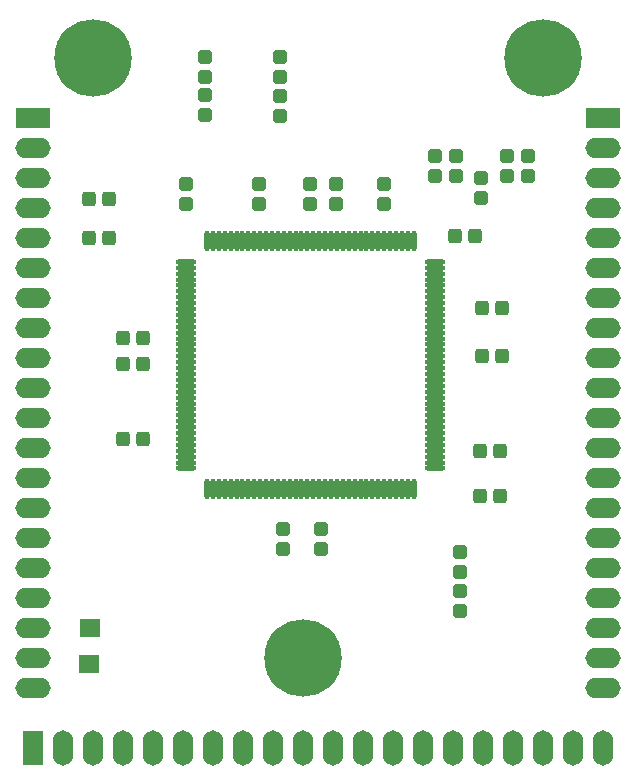
<source format=gts>
G04 Layer_Color=8388736*
%FSLAX25Y25*%
%MOIN*%
G70*
G01*
G75*
%ADD39R,0.07087X0.06299*%
%ADD40O,0.01784X0.06902*%
%ADD41O,0.06902X0.01784*%
G04:AMPARAMS|DCode=42|XSize=47.37mil|YSize=43.43mil|CornerRadius=8.43mil|HoleSize=0mil|Usage=FLASHONLY|Rotation=180.000|XOffset=0mil|YOffset=0mil|HoleType=Round|Shape=RoundedRectangle|*
%AMROUNDEDRECTD42*
21,1,0.04737,0.02658,0,0,180.0*
21,1,0.03051,0.04343,0,0,180.0*
1,1,0.01686,-0.01526,0.01329*
1,1,0.01686,0.01526,0.01329*
1,1,0.01686,0.01526,-0.01329*
1,1,0.01686,-0.01526,-0.01329*
%
%ADD42ROUNDEDRECTD42*%
G04:AMPARAMS|DCode=43|XSize=47.37mil|YSize=43.43mil|CornerRadius=8.43mil|HoleSize=0mil|Usage=FLASHONLY|Rotation=90.000|XOffset=0mil|YOffset=0mil|HoleType=Round|Shape=RoundedRectangle|*
%AMROUNDEDRECTD43*
21,1,0.04737,0.02658,0,0,90.0*
21,1,0.03051,0.04343,0,0,90.0*
1,1,0.01686,0.01329,0.01526*
1,1,0.01686,0.01329,-0.01526*
1,1,0.01686,-0.01329,-0.01526*
1,1,0.01686,-0.01329,0.01526*
%
%ADD43ROUNDEDRECTD43*%
%ADD44R,0.03300X0.05800*%
%ADD45C,0.25800*%
%ADD46O,0.11800X0.06800*%
%ADD47R,0.11800X0.06800*%
%ADD48O,0.06800X0.11800*%
%ADD49R,0.06800X0.11800*%
D39*
X127378Y136000D02*
D03*
X127500Y148000D02*
D03*
D40*
X235449Y194063D02*
D03*
X233480D02*
D03*
X231512D02*
D03*
X229543D02*
D03*
X227575D02*
D03*
X225606D02*
D03*
X223638D02*
D03*
X221669D02*
D03*
X219701D02*
D03*
X217732D02*
D03*
X215764D02*
D03*
X213795D02*
D03*
X211827D02*
D03*
X209858D02*
D03*
X207890D02*
D03*
X205921D02*
D03*
X203953D02*
D03*
X201984D02*
D03*
X200016D02*
D03*
X198047D02*
D03*
X196079D02*
D03*
X194110D02*
D03*
X192142D02*
D03*
X190173D02*
D03*
X188205D02*
D03*
X186236D02*
D03*
X184268D02*
D03*
X182299D02*
D03*
X180331D02*
D03*
X178362D02*
D03*
X176394D02*
D03*
X174425D02*
D03*
X172457D02*
D03*
X170488D02*
D03*
X168520D02*
D03*
X166551D02*
D03*
Y276937D02*
D03*
X168520D02*
D03*
X170488D02*
D03*
X172457D02*
D03*
X174425D02*
D03*
X176394D02*
D03*
X178362D02*
D03*
X180331D02*
D03*
X182299D02*
D03*
X184268D02*
D03*
X186236D02*
D03*
X188205D02*
D03*
X190173D02*
D03*
X192142D02*
D03*
X194110D02*
D03*
X196079D02*
D03*
X198047D02*
D03*
X200016D02*
D03*
X201984D02*
D03*
X203953D02*
D03*
X205921D02*
D03*
X207890D02*
D03*
X209858D02*
D03*
X211827D02*
D03*
X213795D02*
D03*
X215764D02*
D03*
X217732D02*
D03*
X219701D02*
D03*
X221669D02*
D03*
X223638D02*
D03*
X225606D02*
D03*
X227575D02*
D03*
X229543D02*
D03*
X231512D02*
D03*
X233480D02*
D03*
X235449D02*
D03*
D41*
X159563Y201051D02*
D03*
Y203020D02*
D03*
Y204988D02*
D03*
Y206957D02*
D03*
Y208925D02*
D03*
Y210894D02*
D03*
Y212862D02*
D03*
Y214831D02*
D03*
Y216799D02*
D03*
Y218768D02*
D03*
Y220736D02*
D03*
Y222705D02*
D03*
Y224673D02*
D03*
Y226642D02*
D03*
Y228610D02*
D03*
Y230579D02*
D03*
Y232547D02*
D03*
Y234516D02*
D03*
Y236484D02*
D03*
Y238453D02*
D03*
Y240421D02*
D03*
Y242390D02*
D03*
Y244358D02*
D03*
Y246327D02*
D03*
Y248295D02*
D03*
Y250264D02*
D03*
Y252232D02*
D03*
Y254201D02*
D03*
Y256169D02*
D03*
Y258138D02*
D03*
Y260106D02*
D03*
Y262075D02*
D03*
Y264043D02*
D03*
Y266012D02*
D03*
Y267980D02*
D03*
Y269949D02*
D03*
X242437D02*
D03*
Y267980D02*
D03*
Y266012D02*
D03*
Y264043D02*
D03*
Y262075D02*
D03*
Y260106D02*
D03*
Y258138D02*
D03*
Y256169D02*
D03*
Y254201D02*
D03*
Y252232D02*
D03*
Y250264D02*
D03*
Y248295D02*
D03*
Y246327D02*
D03*
Y244358D02*
D03*
Y242390D02*
D03*
Y240421D02*
D03*
Y238453D02*
D03*
Y236484D02*
D03*
Y234516D02*
D03*
Y232547D02*
D03*
Y230579D02*
D03*
Y228610D02*
D03*
Y226642D02*
D03*
Y224673D02*
D03*
Y222705D02*
D03*
Y220736D02*
D03*
Y218768D02*
D03*
Y216799D02*
D03*
Y214831D02*
D03*
Y212862D02*
D03*
Y210894D02*
D03*
Y208925D02*
D03*
Y206957D02*
D03*
Y204988D02*
D03*
Y203020D02*
D03*
Y201051D02*
D03*
D42*
X184000Y289154D02*
D03*
Y295847D02*
D03*
X201000Y289154D02*
D03*
Y295847D02*
D03*
X225500Y289154D02*
D03*
Y295847D02*
D03*
X192000Y180847D02*
D03*
Y174153D02*
D03*
X204500Y180847D02*
D03*
Y174153D02*
D03*
X209500Y289154D02*
D03*
Y295847D02*
D03*
X249500Y298654D02*
D03*
Y305346D02*
D03*
X242500Y298654D02*
D03*
Y305346D02*
D03*
X266500Y298654D02*
D03*
Y305346D02*
D03*
X273500Y298654D02*
D03*
Y305346D02*
D03*
X258000Y291154D02*
D03*
Y297847D02*
D03*
X159500Y295847D02*
D03*
Y289154D02*
D03*
X251000Y153654D02*
D03*
Y160346D02*
D03*
Y166654D02*
D03*
Y173346D02*
D03*
X166000Y325500D02*
D03*
Y318807D02*
D03*
X191000Y325346D02*
D03*
Y318653D02*
D03*
X166000Y338347D02*
D03*
Y331653D02*
D03*
X191000Y338347D02*
D03*
Y331653D02*
D03*
D43*
X258154Y238500D02*
D03*
X264846D02*
D03*
X257653Y207000D02*
D03*
X264347D02*
D03*
X145346Y211000D02*
D03*
X138654D02*
D03*
X145346Y236000D02*
D03*
X138654D02*
D03*
X145346Y244500D02*
D03*
X138654D02*
D03*
X258154Y254500D02*
D03*
X264846D02*
D03*
X264347Y192000D02*
D03*
X257653D02*
D03*
X255847Y278500D02*
D03*
X249153D02*
D03*
X133846Y278000D02*
D03*
X127154D02*
D03*
X133846Y291000D02*
D03*
X127154D02*
D03*
D44*
X125757Y136000D02*
D03*
X129000D02*
D03*
X125878Y148000D02*
D03*
X129122D02*
D03*
D45*
X278500Y338000D02*
D03*
X128500D02*
D03*
X198500Y138000D02*
D03*
D46*
X298500Y128000D02*
D03*
Y138000D02*
D03*
Y148000D02*
D03*
Y158000D02*
D03*
Y168000D02*
D03*
Y178000D02*
D03*
Y188000D02*
D03*
Y198000D02*
D03*
Y208000D02*
D03*
Y218000D02*
D03*
Y228000D02*
D03*
Y238000D02*
D03*
Y248000D02*
D03*
Y258000D02*
D03*
Y268000D02*
D03*
Y278000D02*
D03*
Y288000D02*
D03*
Y298000D02*
D03*
Y308000D02*
D03*
X108500Y128000D02*
D03*
Y138000D02*
D03*
Y148000D02*
D03*
Y158000D02*
D03*
Y168000D02*
D03*
Y178000D02*
D03*
Y188000D02*
D03*
Y198000D02*
D03*
Y208000D02*
D03*
Y218000D02*
D03*
Y228000D02*
D03*
Y238000D02*
D03*
Y248000D02*
D03*
Y258000D02*
D03*
Y268000D02*
D03*
Y278000D02*
D03*
Y288000D02*
D03*
Y298000D02*
D03*
Y308000D02*
D03*
D47*
X298500Y318000D02*
D03*
X108500D02*
D03*
D48*
X298500Y108000D02*
D03*
X288500D02*
D03*
X278500D02*
D03*
X268500D02*
D03*
X258500D02*
D03*
X248500D02*
D03*
X238500D02*
D03*
X228500D02*
D03*
X218500D02*
D03*
X208500D02*
D03*
X198500D02*
D03*
X188500D02*
D03*
X178500D02*
D03*
X168500D02*
D03*
X158500D02*
D03*
X148500D02*
D03*
X138500D02*
D03*
X128500D02*
D03*
X118500D02*
D03*
D49*
X108500D02*
D03*
M02*

</source>
